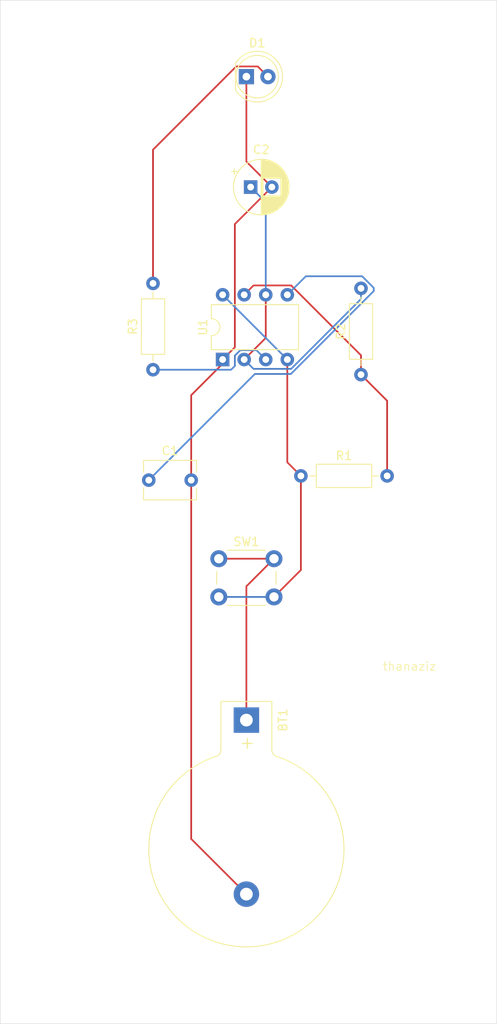
<source format=kicad_pcb>
(kicad_pcb (version 20240108) (generator "pcbnew") (generator_version "8.0")
  (layers (0 "F.Cu" signal) (31 "B.Cu" signal) (34 "B.Paste" user) (35 "F.Paste" user) (36 "B.SilkS" user "B.Silkscreen") (37 "F.SilkS" user "F.Silkscreen") (38 "B.Mask" user) (39 "F.Mask" user) (44 "Edge.Cuts" user))
  (net 0 "")
  (net 1 "GND")
  (net 2 "Net-(BT1-+)")
  (net 3 "Net-(U1-CV)")
  (net 4 "/THRESHOLD")
  (net 5 "Net-(D1-A)")
  (net 6 "/DISCHARGE")
  (net 7 "VCC")
  (net 8 "Net-(U1-Q)")
  (footprint "Package_DIP:DIP-8_W7.62mm" (layer "F.Cu") (at 152.2 82.3 90)
    (property "Reference" "U1" (at 3.81 -2.33 90) (layer "F.SilkS"))
    (property "Value" "NE555P")
    (fp_line (start 6.46 -1.33) (end 4.81 -1.33) (stroke (width 0.12)) (layer "F.SilkS"))
    (fp_line (start 2.81 -1.33) (end 1.16 -1.33) (stroke (width 0.12)) (layer "F.SilkS"))
    (fp_line (start 1.16 -1.33) (end 1.16 8.95) (stroke (width 0.12)) (layer "F.SilkS"))
    (fp_line (start 6.46 8.95) (end 6.46 -1.33) (stroke (width 0.12)) (layer "F.SilkS"))
    (fp_line (start 1.16 8.95) (end 6.46 8.95) (stroke (width 0.12)) (layer "F.SilkS"))
    (fp_arc (start 4.81 -1.33) (mid 3.81 -0.33) (end 2.81 -1.33) (stroke (width 0.12)) (layer "F.SilkS"))
    (pad "1" thru_hole rect (at 0 0 90) (size 1.6 1.6) (drill 0.8) (layers "*.Cu" "*.Mask") (net 1 "GND"))
    (pad "2" thru_hole oval (at 0 2.54 90) (size 1.6 1.6) (drill 0.8) (layers "*.Cu" "*.Mask") (net 4 "/THRESHOLD"))
    (pad "3" thru_hole oval (at 0 5.08 90) (size 1.6 1.6) (drill 0.8) (layers "*.Cu" "*.Mask") (net 8 "Net-(U1-Q)"))
    (pad "4" thru_hole oval (at 0 7.62 90) (size 1.6 1.6) (drill 0.8) (layers "*.Cu" "*.Mask") (net 7 "VCC"))
    (pad "5" thru_hole oval (at 7.62 7.62 90) (size 1.6 1.6) (drill 0.8) (layers "*.Cu" "*.Mask") (net 3 "Net-(U1-CV)"))
    (pad "6" thru_hole oval (at 7.62 5.08 90) (size 1.6 1.6) (drill 0.8) (layers "*.Cu" "*.Mask") (net 4 "/THRESHOLD"))
    (pad "7" thru_hole oval (at 7.62 2.54 90) (size 1.6 1.6) (drill 0.8) (layers "*.Cu" "*.Mask") (net 6 "/DISCHARGE"))
    (pad "8" thru_hole oval (at 7.62 0 90) (size 1.6 1.6) (drill 0.8) (layers "*.Cu" "*.Mask") (net 7 "VCC"))
  )
  (footprint "Resistor_THT:R_Axial_DIN0207_L6.3mm_D2.5mm_P10.16mm_Horizontal" (layer "F.Cu") (at 161.42 96)
    (property "Reference" "R1" (at 5.08 -2.37 0) (layer "F.SilkS"))
    (property "Value" "1K")
    (fp_line (start 1.04 0) (end 1.81 0) (stroke (width 0.12)) (layer "F.SilkS"))
    (fp_line (start 1.81 -1.37) (end 1.81 1.37) (stroke (width 0.12)) (layer "F.SilkS"))
    (fp_line (start 1.81 1.37) (end 8.35 1.37) (stroke (width 0.12)) (layer "F.SilkS"))
    (fp_line (start 8.35 -1.37) (end 1.81 -1.37) (stroke (width 0.12)) (layer "F.SilkS"))
    (fp_line (start 8.35 1.37) (end 8.35 -1.37) (stroke (width 0.12)) (layer "F.SilkS"))
    (fp_line (start 9.12 0) (end 8.35 0) (stroke (width 0.12)) (layer "F.SilkS"))
    (pad "1" thru_hole circle (at 0 0) (size 1.6 1.6) (drill 0.8) (layers "*.Cu" "*.Mask") (net 7 "VCC"))
    (pad "2" thru_hole oval (at 10.16 0) (size 1.6 1.6) (drill 0.8) (layers "*.Cu" "*.Mask") (net 6 "/DISCHARGE"))
  )
  (footprint "Resistor_THT:R_Axial_DIN0207_L6.3mm_D2.5mm_P10.16mm_Horizontal" (layer "F.Cu") (at 144 83.5 90)
    (property "Reference" "R3" (at 5.08 -2.37 90) (layer "F.SilkS"))
    (property "Value" "51R")
    (fp_line (start 8.35 -1.37) (end 1.81 -1.37) (stroke (width 0.12)) (layer "F.SilkS"))
    (fp_line (start 1.81 -1.37) (end 1.81 1.37) (stroke (width 0.12)) (layer "F.SilkS"))
    (fp_line (start 9.12 0) (end 8.35 0) (stroke (width 0.12)) (layer "F.SilkS"))
    (fp_line (start 1.04 0) (end 1.81 0) (stroke (width 0.12)) (layer "F.SilkS"))
    (fp_line (start 8.35 1.37) (end 8.35 -1.37) (stroke (width 0.12)) (layer "F.SilkS"))
    (fp_line (start 1.81 1.37) (end 8.35 1.37) (stroke (width 0.12)) (layer "F.SilkS"))
    (pad "1" thru_hole circle (at 0 0 90) (size 1.6 1.6) (drill 0.8) (layers "*.Cu" "*.Mask") (net 8 "Net-(U1-Q)"))
    (pad "2" thru_hole oval (at 10.16 0 90) (size 1.6 1.6) (drill 0.8) (layers "*.Cu" "*.Mask") (net 5 "Net-(D1-A)"))
  )
  (footprint "Capacitor_THT:C_Disc_D6.0mm_W4.4mm_P5.00mm" (layer "F.Cu") (at 143.5 96.5)
    (property "Reference" "C1" (at 2.5 -3.45 0) (layer "F.SilkS"))
    (property "Value" "10n")
    (fp_line (start -0.62 -2.321) (end -0.62 -0.925) (stroke (width 0.12)) (layer "F.SilkS"))
    (fp_line (start -0.62 -2.321) (end 5.62 -2.321) (stroke (width 0.12)) (layer "F.SilkS"))
    (fp_line (start -0.62 0.925) (end -0.62 2.321) (stroke (width 0.12)) (layer "F.SilkS"))
    (fp_line (start -0.62 2.321) (end 5.62 2.321) (stroke (width 0.12)) (layer "F.SilkS"))
    (fp_line (start 5.62 -2.321) (end 5.62 -0.925) (stroke (width 0.12)) (layer "F.SilkS"))
    (fp_line (start 5.62 0.925) (end 5.62 2.321) (stroke (width 0.12)) (layer "F.SilkS"))
    (pad "1" thru_hole circle (at 0 0) (size 1.6 1.6) (drill 0.8) (layers "*.Cu" "*.Mask") (net 3 "Net-(U1-CV)"))
    (pad "2" thru_hole circle (at 5 0) (size 1.6 1.6) (drill 0.8) (layers "*.Cu" "*.Mask") (net 1 "GND"))
  )
  (footprint "Resistor_THT:R_Axial_DIN0207_L6.3mm_D2.5mm_P10.16mm_Horizontal" (layer "F.Cu") (at 168.5 84.08 90)
    (property "Reference" "R2" (at 5.08 -2.37 90) (layer "F.SilkS"))
    (property "Value" "43K")
    (fp_line (start 8.35 -1.37) (end 1.81 -1.37) (stroke (width 0.12)) (layer "F.SilkS"))
    (fp_line (start 1.81 -1.37) (end 1.81 1.37) (stroke (width 0.12)) (layer "F.SilkS"))
    (fp_line (start 9.12 0) (end 8.35 0) (stroke (width 0.12)) (layer "F.SilkS"))
    (fp_line (start 1.04 0) (end 1.81 0) (stroke (width 0.12)) (layer "F.SilkS"))
    (fp_line (start 8.35 1.37) (end 8.35 -1.37) (stroke (width 0.12)) (layer "F.SilkS"))
    (fp_line (start 1.81 1.37) (end 8.35 1.37) (stroke (width 0.12)) (layer "F.SilkS"))
    (pad "1" thru_hole circle (at 0 0 90) (size 1.6 1.6) (drill 0.8) (layers "*.Cu" "*.Mask") (net 6 "/DISCHARGE"))
    (pad "2" thru_hole oval (at 10.16 0 90) (size 1.6 1.6) (drill 0.8) (layers "*.Cu" "*.Mask") (net 4 "/THRESHOLD"))
  )
  (footprint "Capacitor_THT:CP_Radial_D6.3mm_P2.50mm" (layer "F.Cu") (at 155.5 62)
    (property "Reference" "C2" (at 1.25 -4.4 0) (layer "F.SilkS"))
    (property "Value" "22u")
    (fp_line (start -2.250241 -1.839) (end -1.620241 -1.839) (stroke (width 0.12)) (layer "F.SilkS"))
    (fp_line (start -1.935241 -2.154) (end -1.935241 -1.524) (stroke (width 0.12)) (layer "F.SilkS"))
    (fp_line (start 1.25 -3.23) (end 1.25 3.23) (stroke (width 0.12)) (layer "F.SilkS"))
    (fp_line (start 1.29 -3.23) (end 1.29 3.23) (stroke (width 0.12)) (layer "F.SilkS"))
    (fp_line (start 1.33 -3.23) (end 1.33 3.23) (stroke (width 0.12)) (layer "F.SilkS"))
    (fp_line (start 1.37 -3.228) (end 1.37 3.228) (stroke (width 0.12)) (layer "F.SilkS"))
    (fp_line (start 1.41 -3.227) (end 1.41 3.227) (stroke (width 0.12)) (layer "F.SilkS"))
    (fp_line (start 1.45 -3.224) (end 1.45 3.224) (stroke (width 0.12)) (layer "F.SilkS"))
    (fp_line (start 1.49 -3.222) (end 1.49 -1.04) (stroke (width 0.12)) (layer "F.SilkS"))
    (fp_line (start 1.49 1.04) (end 1.49 3.222) (stroke (width 0.12)) (layer "F.SilkS"))
    (fp_line (start 1.53 -3.218) (end 1.53 -1.04) (stroke (width 0.12)) (layer "F.SilkS"))
    (fp_line (start 1.53 1.04) (end 1.53 3.218) (stroke (width 0.12)) (layer "F.SilkS"))
    (fp_line (start 1.57 -3.215) (end 1.57 -1.04) (stroke (width 0.12)) (layer "F.SilkS"))
    (fp_line (start 1.57 1.04) (end 1.57 3.215) (stroke (width 0.12)) (layer "F.SilkS"))
    (fp_line (start 1.61 -3.211) (end 1.61 -1.04) (stroke (width 0.12)) (layer "F.SilkS"))
    (fp_line (start 1.61 1.04) (end 1.61 3.211) (stroke (width 0.12)) (layer "F.SilkS"))
    (fp_line (start 1.65 -3.206) (end 1.65 -1.04) (stroke (width 0.12)) (layer "F.SilkS"))
    (fp_line (start 1.65 1.04) (end 1.65 3.206) (stroke (width 0.12)) (layer "F.SilkS"))
    (fp_line (start 1.69 -3.201) (end 1.69 -1.04) (stroke (width 0.12)) (layer "F.SilkS"))
    (fp_line (start 1.69 1.04) (end 1.69 3.201) (stroke (width 0.12)) (layer "F.SilkS"))
    (fp_line (start 1.73 -3.195) (end 1.73 -1.04) (stroke (width 0.12)) (layer "F.SilkS"))
    (fp_line (start 1.73 1.04) (end 1.73 3.195) (stroke (width 0.12)) (layer "F.SilkS"))
    (fp_line (start 1.77 -3.189) (end 1.77 -1.04) (stroke (width 0.12)) (layer "F.SilkS"))
    (fp_line (start 1.77 1.04) (end 1.77 3.189) (stroke (width 0.12)) (layer "F.SilkS"))
    (fp_line (start 1.81 -3.182) (end 1.81 -1.04) (stroke (width 0.12)) (layer "F.SilkS"))
    (fp_line (start 1.81 1.04) (end 1.81 3.182) (stroke (width 0.12)) (layer "F.SilkS"))
    (fp_line (start 1.85 -3.175) (end 1.85 -1.04) (stroke (width 0.12)) (layer "F.SilkS"))
    (fp_line (start 1.85 1.04) (end 1.85 3.175) (stroke (width 0.12)) (layer "F.SilkS"))
    (fp_line (start 1.89 -3.167) (end 1.89 -1.04) (stroke (width 0.12)) (layer "F.SilkS"))
    (fp_line (start 1.89 1.04) (end 1.89 3.167) (stroke (width 0.12)) (layer "F.SilkS"))
    (fp_line (start 1.93 -3.159) (end 1.93 -1.04) (stroke (width 0.12)) (layer "F.SilkS"))
    (fp_line (start 1.93 1.04) (end 1.93 3.159) (stroke (width 0.12)) (layer "F.SilkS"))
    (fp_line (start 1.971 -3.15) (end 1.971 -1.04) (stroke (width 0.12)) (layer "F.SilkS"))
    (fp_line (start 1.971 1.04) (end 1.971 3.15) (stroke (width 0.12)) (layer "F.SilkS"))
    (fp_line (start 2.011 -3.141) (end 2.011 -1.04) (stroke (width 0.12)) (layer "F.SilkS"))
    (fp_line (start 2.011 1.04) (end 2.011 3.141) (stroke (width 0.12)) (layer "F.SilkS"))
    (fp_line (start 2.051 -3.131) (end 2.051 -1.04) (stroke (width 0.12)) (layer "F.SilkS"))
    (fp_line (start 2.051 1.04) (end 2.051 3.131) (stroke (width 0.12)) (layer "F.SilkS"))
    (fp_line (start 2.091 -3.121) (end 2.091 -1.04) (stroke (width 0.12)) (layer "F.SilkS"))
    (fp_line (start 2.091 1.04) (end 2.091 3.121) (stroke (width 0.12)) (layer "F.SilkS"))
    (fp_line (start 2.131 -3.11) (end 2.131 -1.04) (stroke (width 0.12)) (layer "F.SilkS"))
    (fp_line (start 2.131 1.04) (end 2.131 3.11) (stroke (width 0.12)) (layer "F.SilkS"))
    (fp_line (start 2.171 -3.098) (end 2.171 -1.04) (stroke (width 0.12)) (layer "F.SilkS"))
    (fp_line (start 2.171 1.04) (end 2.171 3.098) (stroke (width 0.12)) (layer "F.SilkS"))
    (fp_line (start 2.211 -3.086) (end 2.211 -1.04) (stroke (width 0.12)) (layer "F.SilkS"))
    (fp_line (start 2.211 1.04) (end 2.211 3.086) (stroke (width 0.12)) (layer "F.SilkS"))
    (fp_line (start 2.251 -3.074) (end 2.251 -1.04) (stroke (width 0.12)) (layer "F.SilkS"))
    (fp_line (start 2.251 1.04) (end 2.251 3.074) (stroke (width 0.12)) (layer "F.SilkS"))
    (fp_line (start 2.291 -3.061) (end 2.291 -1.04) (stroke (width 0.12)) (layer "F.SilkS"))
    (fp_line (start 2.291 1.04) (end 2.291 3.061) (stroke (width 0.12)) (layer "F.SilkS"))
    (fp_line (start 2.331 -3.047) (end 2.331 -1.04) (stroke (width 0.12)) (layer "F.SilkS"))
    (fp_line (start 2.331 1.04) (end 2.331 3.047) (stroke (width 0.12)) (layer "F.SilkS"))
    (fp_line (start 2.371 -3.033) (end 2.371 -1.04) (stroke (width 0.12)) (layer "F.SilkS"))
    (fp_line (start 2.371 1.04) (end 2.371 3.033) (stroke (width 0.12)) (layer "F.SilkS"))
    (fp_line (start 2.411 -3.018) (end 2.411 -1.04) (stroke (width 0.12)) (layer "F.SilkS"))
    (fp_line (start 2.411 1.04) (end 2.411 3.018) (stroke (width 0.12)) (layer "F.SilkS"))
    (fp_line (start 2.451 -3.002) (end 2.451 -1.04) (stroke (width 0.12)) (layer "F.SilkS"))
    (fp_line (start 2.451 1.04) (end 2.451 3.002) (stroke (width 0.12)) (layer "F.SilkS"))
    (fp_line (start 2.491 -2.986) (end 2.491 -1.04) (stroke (width 0.12)) (layer "F.SilkS"))
    (fp_line (start 2.491 1.04) (end 2.491 2.986) (stroke (width 0.12)) (layer "F.SilkS"))
    (fp_line (start 2.531 -2.97) (end 2.531 -1.04) (stroke (width 0.12)) (layer "F.SilkS"))
    (fp_line (start 2.531 1.04) (end 2.531 2.97) (stroke (width 0.12)) (layer "F.SilkS"))
    (fp_line (start 2.571 -2.952) (end 2.571 -1.04) (stroke (width 0.12)) (layer "F.SilkS"))
    (fp_line (start 2.571 1.04) (end 2.571 2.952) (stroke (width 0.12)) (layer "F.SilkS"))
    (fp_line (start 2.611 -2.934) (end 2.611 -1.04) (stroke (width 0.12)) (layer "F.SilkS"))
    (fp_line (start 2.611 1.04) (end 2.611 2.934) (stroke (width 0.12)) (layer "F.SilkS"))
    (fp_line (start 2.651 -2.916) (end 2.651 -1.04) (stroke (width 0.12)) (layer "F.SilkS"))
    (fp_line (start 2.651 1.04) (end 2.651 2.916) (stroke (width 0.12)) (layer "F.SilkS"))
    (fp_line (start 2.691 -2.896) (end 2.691 -1.04) (stroke (width 0.12)) (layer "F.SilkS"))
    (fp_line (start 2.691 1.04) (end 2.691 2.896) (stroke (width 0.12)) (layer "F.SilkS"))
    (fp_line (start 2.731 -2.876) (end 2.731 -1.04) (stroke (width 0.12)) (layer "F.SilkS"))
    (fp_line (start 2.731 1.04) (end 2.731 2.876) (stroke (width 0.12)) (layer "F.SilkS"))
    (fp_line (start 2.771 -2.856) (end 2.771 -1.04) (stroke (width 0.12)) (layer "F.SilkS"))
    (fp_line (start 2.771 1.04) (end 2.771 2.856) (stroke (width 0.12)) (layer "F.SilkS"))
    (fp_line (start 2.811 -2.834) (end 2.811 -1.04) (stroke (width 0.12)) (layer "F.SilkS"))
    (fp_line (start 2.811 1.04) (end 2.811 2.834) (stroke (width 0.12)) (layer "F.SilkS"))
    (fp_line (start 2.851 -2.812) (end 2.851 -1.04) (stroke (width 0.12)) (layer "F.SilkS"))
    (fp_line (start 2.851 1.04) (end 2.851 2.812) (stroke (width 0.12)) (layer "F.SilkS"))
    (fp_line (start 2.891 -2.79) (end 2.891 -1.04) (stroke (width 0.12)) (layer "F.SilkS"))
    (fp_line (start 2.891 1.04) (end 2.891 2.79) (stroke (width 0.12)) (layer "F.SilkS"))
    (fp_line (start 2.931 -2.766) (end 2.931 -1.04) (stroke (width 0.12)) (layer "F.SilkS"))
    (fp_line (start 2.931 1.04) (end 2.931 2.766) (stroke (width 0.12)) (layer "F.SilkS"))
    (fp_line (start 2.971 -2.742) (end 2.971 -1.04) (stroke (width 0.12)) (layer "F.SilkS"))
    (fp_line (start 2.971 1.04) (end 2.971 2.742) (stroke (width 0.12)) (layer "F.SilkS"))
    (fp_line (start 3.011 -2.716) (end 3.011 -1.04) (stroke (width 0.12)) (layer "F.SilkS"))
    (fp_line (start 3.011 1.04) (end 3.011 2.716) (stroke (width 0.12)) (layer "F.SilkS"))
    (fp_line (start 3.051 -2.69) (end 3.051 -1.04) (stroke (width 0.12)) (layer "F.SilkS"))
    (fp_line (start 3.051 1.04) (end 3.051 2.69) (stroke (width 0.12)) (layer "F.SilkS"))
    (fp_line (start 3.091 -2.664) (end 3.091 -1.04) (stroke (width 0.12)) (layer "F.SilkS"))
    (fp_line (start 3.091 1.04) (end 3.091 2.664) (stroke (width 0.12)) (layer "F.SilkS"))
    (fp_line (start 3.131 -2.636) (end 3.131 -1.04) (stroke (width 0.12)) (layer "F.SilkS"))
    (fp_line (start 3.131 1.04) (end 3.131 2.636) (stroke (width 0.12)) (layer "F.SilkS"))
    (fp_line (start 3.171 -2.607) (end 3.171 -1.04) (stroke (width 0.12)) (layer "F.SilkS"))
    (fp_line (start 3.171 1.04) (end 3.171 2.607) (stroke (width 0.12)) (layer "F.SilkS"))
    (fp_line (start 3.211 -2.578) (end 3.211 -1.04) (stroke (width 0.12)) (layer "F.SilkS"))
    (fp_line (start 3.211 1.04) (end 3.211 2.578) (stroke (width 0.12)) (layer "F.SilkS"))
    (fp_line (start 3.251 -2.548) (end 3.251 -1.04) (stroke (width 0.12)) (layer "F.SilkS"))
    (fp_line (start 3.251 1.04) (end 3.251 2.548) (stroke (width 0.12)) (layer "F.SilkS"))
    (fp_line (start 3.291 -2.516) (end 3.291 -1.04) (stroke (width 0.12)) (layer "F.SilkS"))
    (fp_line (start 3.291 1.04) (end 3.291 2.516) (stroke (width 0.12)) (layer "F.SilkS"))
    (fp_line (start 3.331 -2.484) (end 3.331 -1.04) (stroke (width 0.12)) (layer "F.SilkS"))
    (fp_line (start 3.331 1.04) (end 3.331 2.484) (stroke (width 0.12)) (layer "F.SilkS"))
    (fp_line (start 3.371 -2.45) (end 3.371 -1.04) (stroke (width 0.12)) (layer "F.SilkS"))
    (fp_line (start 3.371 1.04) (end 3.371 2.45) (stroke (width 0.12)) (layer "F.SilkS"))
    (fp_line (start 3.411 -2.416) (end 3.411 -1.04) (stroke (width 0.12)) (layer "F.SilkS"))
    (fp_line (start 3.411 1.04) (end 3.411 2.416) (stroke (width 0.12)) (layer "F.SilkS"))
    (fp_line (start 3.451 -2.38) (end 3.451 -1.04) (stroke (width 0.12)) (layer "F.SilkS"))
    (fp_line (start 3.451 1.04) (end 3.451 2.38) (stroke (width 0.12)) (layer "F.SilkS"))
    (fp_line (start 3.491 -2.343) (end 3.491 -1.04) (stroke (width 0.12)) (layer "F.SilkS"))
    (fp_line (start 3.491 1.04) (end 3.491 2.343) (stroke (width 0.12)) (layer "F.SilkS"))
    (fp_line (start 3.531 -2.305) (end 3.531 -1.04) (stroke (width 0.12)) (layer "F.SilkS"))
    (fp_line (start 3.531 1.04) (end 3.531 2.305) (stroke (width 0.12)) (layer "F.SilkS"))
    (fp_line (start 3.571 -2.265) (end 3.571 2.265) (stroke (width 0.12)) (layer "F.SilkS"))
    (fp_line (start 3.611 -2.224) (end 3.611 2.224) (stroke (width 0.12)) (layer "F.SilkS"))
    (fp_line (start 3.651 -2.182) (end 3.651 2.182) (stroke (width 0.12)) (layer "F.SilkS"))
    (fp_line (start 3.691 -2.137) (end 3.691 2.137) (stroke (width 0.12)) (layer "F.SilkS"))
    (fp_line (start 3.731 -2.092) (end 3.731 2.092) (stroke (width 0.12)) (layer "F.SilkS"))
    (fp_line (start 3.771 -2.044) (end 3.771 2.044) (stroke (width 0.12)) (layer "F.SilkS"))
    (fp_line (start 3.811 -1.995) (end 3.811 1.995) (stroke (width 0.12)) (layer "F.SilkS"))
    (fp_line (start 3.851 -1.944) (end 3.851 1.944) (stroke (width 0.12)) (layer "F.SilkS"))
    (fp_line (start 3.891 -1.89) (end 3.891 1.89) (stroke (width 0.12)) (layer "F.SilkS"))
    (fp_line (start 3.931 -1.834) (end 3.931 1.834) (stroke (width 0.12)) (layer "F.SilkS"))
    (fp_line (start 3.971 -1.776) (end 3.971 1.776) (stroke (width 0.12)) (layer "F.SilkS"))
    (fp_line (start 4.011 -1.714) (end 4.011 1.714) (stroke (width 0.12)) (layer "F.SilkS"))
    (fp_line (start 4.051 -1.65) (end 4.051 1.65) (stroke (width 0.12)) (layer "F.SilkS"))
    (fp_line (start 4.091 -1.581) (end 4.091 1.581) (stroke (width 0.12)) (layer "F.SilkS"))
    (fp_line (start 4.131 -1.509) (end 4.131 1.509) (stroke (width 0.12)) (layer "F.SilkS"))
    (fp_line (start 4.171 -1.432) (end 4.171 1.432) (stroke (width 0.12)) (layer "F.SilkS"))
    (fp_line (start 4.211 -1.35) (end 4.211 1.35) (stroke (width 0.12)) (layer "F.SilkS"))
    (fp_line (start 4.251 -1.262) (end 4.251 1.262) (stroke (width 0.12)) (layer "F.SilkS"))
    (fp_line (start 4.291 -1.165) (end 4.291 1.165) (stroke (width 0.12)) (layer "F.SilkS"))
    (fp_line (start 4.331 -1.059) (end 4.331 1.059) (stroke (width 0.12)) (layer "F.SilkS"))
    (fp_line (start 4.371 -0.94) (end 4.371 0.94) (stroke (width 0.12)) (layer "F.SilkS"))
    (fp_line (start 4.411 -0.802) (end 4.411 0.802) (stroke (width 0.12)) (layer "F.SilkS"))
    (fp_line (start 4.451 -0.633) (end 4.451 0.633) (stroke (width 0.12)) (layer "F.SilkS"))
    (fp_line (start 4.491 -0.402) (end 4.491 0.402) (stroke (width 0.12)) (layer "F.SilkS"))
    (fp_circle (center 1.25 0) (end 4.52 0) (stroke (width 0.12)) (fill none) (layer "F.SilkS"))
    (pad "1" thru_hole rect (at 0 0) (size 1.6 1.6) (drill 0.8) (layers "*.Cu" "*.Mask") (net 4 "/THRESHOLD"))
    (pad "2" thru_hole circle (at 2.5 0) (size 1.6 1.6) (drill 0.8) (layers "*.Cu" "*.Mask") (net 1 "GND"))
  )
  (footprint "LED_THT:LED_D5.0mm_Clear" (layer "F.Cu") (at 155 49)
    (property "Reference" "D1" (at 1.27 -3.96 0) (layer "F.SilkS"))
    (property "Value" "LED")
    (fp_line (start -1.29 -1.545) (end -1.29 1.545) (stroke (width 0.12)) (layer "F.SilkS"))
    (fp_arc (start -1.29 -1.54483) (mid 2.072002 -2.880433) (end 4.26 0.000462) (stroke (width 0.12)) (layer "F.SilkS"))
    (fp_arc (start 4.26 -0.000462) (mid 2.072002 2.880433) (end -1.29 1.54483) (stroke (width 0.12)) (layer "F.SilkS"))
    (fp_circle (center 1.27 0) (end 3.77 0) (stroke (width 0.12)) (fill none) (layer "F.SilkS"))
    (pad "1" thru_hole rect (at 0 0) (size 1.8 1.8) (drill 0.9) (layers "*.Cu" "*.Mask") (net 1 "GND"))
    (pad "2" thru_hole circle (at 2.54 0) (size 1.8 1.8) (drill 0.9) (layers "*.Cu" "*.Mask") (net 5 "Net-(D1-A)"))
  )
  (footprint "Button_Switch_THT:SW_PUSH_6mm_H5mm" (layer "F.Cu") (at 151.75 105.75)
    (property "Reference" "SW1" (at 3.25 -2 0) (layer "F.SilkS"))
    (property "Value" "Enable")
    (fp_line (start -0.25 1.5) (end -0.25 3) (stroke (width 0.12)) (layer "F.SilkS"))
    (fp_line (start 1 5.5) (end 5.5 5.5) (stroke (width 0.12)) (layer "F.SilkS"))
    (fp_line (start 5.5 -1) (end 1 -1) (stroke (width 0.12)) (layer "F.SilkS"))
    (fp_line (start 6.75 3) (end 6.75 1.5) (stroke (width 0.12)) (layer "F.SilkS"))
    (pad "1" thru_hole circle (at 0 0 90) (size 2 2) (drill 1.1) (layers "*.Cu" "*.Mask") (net 2 "Net-(BT1-+)"))
    (pad "1" thru_hole circle (at 6.5 0 90) (size 2 2) (drill 1.1) (layers "*.Cu" "*.Mask") (net 2 "Net-(BT1-+)"))
    (pad "2" thru_hole circle (at 0 4.5 90) (size 2 2) (drill 1.1) (layers "*.Cu" "*.Mask") (net 7 "VCC"))
    (pad "2" thru_hole circle (at 6.5 4.5 90) (size 2 2) (drill 1.1) (layers "*.Cu" "*.Mask") (net 7 "VCC"))
  )
  (footprint "Battery:BatteryHolder_Keystone_103_1x20mm" (layer "F.Cu") (at 155.000001 124.75 -90)
    (property "Reference" "BT1" (at 0 -4.3 90) (layer "F.SilkS"))
    (property "Value" "Battery_Cell")
    (fp_line (start -2.2 3) (end 3.5 3) (stroke (width 0.12)) (layer "F.SilkS"))
    (fp_line (start -2.2 3) (end -2.2 -3) (stroke (width 0.12)) (layer "F.SilkS"))
    (fp_line (start -2.2 -3) (end 3.5 -3) (stroke (width 0.12)) (layer "F.SilkS"))
    (fp_arc (start 3.5 3) (mid 3.950694 3.136459) (end 4.25 3.5) (stroke (width 0.12)) (layer "F.SilkS"))
    (fp_arc (start 26.695671 0) (mid 16.971103 11.358466) (end 4.25 3.5) (stroke (width 0.12)) (layer "F.SilkS"))
    (fp_arc (start 4.25 -3.5) (mid 16.971103 -11.358466) (end 26.695671 0) (stroke (width 0.12)) (layer "F.SilkS"))
    (fp_arc (start 4.25 -3.5) (mid 3.950694 -3.136459) (end 3.5 -3) (stroke (width 0.12)) (layer "F.SilkS"))
    (fp_text user "+" (at 2.75 0 90) (layer "F.SilkS") (effects (font (size 1.5 1.5))))
    (pad "1" thru_hole rect (at 0 0 270) (size 3 3) (drill 1.5) (layers "*.Cu" "*.Mask") (net 2 "Net-(BT1-+)"))
    (pad "2" thru_hole circle (at 20.49 0 270) (size 3 3) (drill 1.5) (layers "*.Cu" "*.Mask") (net 1 "GND"))
  )
  (gr_rect (start 126 40) (end 184.5 160.5) (stroke (width 0.05)) (fill none) (layer "Edge.Cuts"))
  (gr_text "thanaziz" (at 171 119 0) (layer "F.SilkS") (effects (font (size 1 1) (thickness 0.1)) (justify left bottom)))
  (segment (start 153.64 80.86) (end 152.2 82.3) (width 0.2) (layer "F.Cu") (net 1))
  (segment (start 148.5 96.5) (end 148.5 138.739999) (width 0.2) (layer "F.Cu") (net 1))
  (segment (start 153.64 66.36) (end 153.64 80.86) (width 0.2) (layer "F.Cu") (net 1))
  (segment (start 155 49) (end 155 59) (width 0.2) (layer "F.Cu") (net 1))
  (segment (start 148.5 138.739999) (end 155.000001 145.24) (width 0.2) (layer "F.Cu") (net 1))
  (segment (start 152.2 82.8) (end 148.5 86.5) (width 0.2) (layer "F.Cu") (net 1))
  (segment (start 152.2 82.3) (end 152.2 82.8) (width 0.2) (layer "F.Cu") (net 1))
  (segment (start 148.5 86.5) (end 148.5 96.5) (width 0.2) (layer "F.Cu") (net 1))
  (segment (start 155 59) (end 158 62) (width 0.2) (layer "F.Cu") (net 1))
  (segment (start 158 62) (end 153.64 66.36) (width 0.2) (layer "F.Cu") (net 1))
  (segment (start 151.75 105.75) (end 158.25 105.75) (width 0.2) (layer "F.Cu") (net 2))
  (segment (start 158.25 105.75) (end 158.175099 105.75) (width 0.2) (layer "F.Cu") (net 2))
  (segment (start 155.000001 108.999999) (end 158.25 105.75) (width 0.2) (layer "F.Cu") (net 2))
  (segment (start 155.000001 124.75) (end 155.000001 108.999999) (width 0.2) (layer "F.Cu") (net 2))
  (segment (start 170 74.241321) (end 170 73.864365) (width 0.2) (layer "B.Cu") (net 3))
  (segment (start 162 72.5) (end 159.82 74.68) (width 0.2) (layer "B.Cu") (net 3))
  (segment (start 143.5 96.5) (end 156 84) (width 0.2) (layer "B.Cu") (net 3))
  (segment (start 160.241321 84) (end 170 74.241321) (width 0.2) (layer "B.Cu") (net 3))
  (segment (start 170 73.864365) (end 168.635635 72.5) (width 0.2) (layer "B.Cu") (net 3))
  (segment (start 168.635635 72.5) (end 162 72.5) (width 0.2) (layer "B.Cu") (net 3))
  (segment (start 156 84) (end 160.241321 84) (width 0.2) (layer "B.Cu") (net 3))
  (segment (start 157.28 74.68) (end 157.28 79.76) (width 0.2) (layer "F.Cu") (net 4))
  (segment (start 157.28 79.76) (end 154.74 82.3) (width 0.2) (layer "F.Cu") (net 4))
  (segment (start 155.84 83.4) (end 154.74 82.3) (width 0.2) (layer "B.Cu") (net 4))
  (segment (start 168.5 75.175635) (end 160.275635 83.4) (width 0.2) (layer "B.Cu") (net 4))
  (segment (start 160.275635 83.4) (end 155.84 83.4) (width 0.2) (layer "B.Cu") (net 4))
  (segment (start 157.28 63.78) (end 155.5 62) (width 0.2) (layer "B.Cu") (net 4))
  (segment (start 168.5 73.92) (end 168.5 75.175635) (width 0.2) (layer "B.Cu") (net 4))
  (segment (start 157.28 74.68) (end 157.28 63.78) (width 0.2) (layer "B.Cu") (net 4))
  (segment (start 153.8 47.8) (end 144 57.6) (width 0.2) (layer "F.Cu") (net 5))
  (segment (start 157.54 49) (end 156.34 47.8) (width 0.2) (layer "F.Cu") (net 5))
  (segment (start 144 57.6) (end 144 73.34) (width 0.2) (layer "F.Cu") (net 5))
  (segment (start 156.34 47.8) (end 153.8 47.8) (width 0.2) (layer "F.Cu") (net 5))
  (segment (start 171.58 96) (end 171.58 87.16) (width 0.2) (layer "F.Cu") (net 6))
  (segment (start 168.5 81.804365) (end 168.5 84.08) (width 0.2) (layer "F.Cu") (net 6))
  (segment (start 160.275635 73.58) (end 168.5 81.804365) (width 0.2) (layer "F.Cu") (net 6))
  (segment (start 154.74 74.68) (end 155.84 73.58) (width 0.2) (layer "F.Cu") (net 6))
  (segment (start 155.84 73.58) (end 160.275635 73.58) (width 0.2) (layer "F.Cu") (net 6))
  (segment (start 171.58 87.16) (end 168.5 84.08) (width 0.2) (layer "F.Cu") (net 6))
  (segment (start 161.42 107.08) (end 161.42 96) (width 0.2) (layer "F.Cu") (net 7))
  (segment (start 159.82 82.3) (end 159.82 94.4) (width 0.2) (layer "F.Cu") (net 7))
  (segment (start 158.25 110.25) (end 161.42 107.08) (width 0.2) (layer "F.Cu") (net 7))
  (segment (start 159.82 94.4) (end 161.42 96) (width 0.2) (layer "F.Cu") (net 7))
  (segment (start 151.75 110.25) (end 158.25 110.25) (width 0.2) (layer "B.Cu") (net 7))
  (segment (start 152.2 74.68) (end 159.82 82.3) (width 0.2) (layer "B.Cu") (net 7))
  (segment (start 144 83.5) (end 153.2 83.5) (width 0.2) (layer "B.Cu") (net 8))
  (segment (start 154.284365 81.2) (end 156.18 81.2) (width 0.2) (layer "B.Cu") (net 8))
  (segment (start 153.2 83.5) (end 153.64 83.06) (width 0.2) (layer "B.Cu") (net 8))
  (segment (start 156.18 81.2) (end 157.28 82.3) (width 0.2) (layer "B.Cu") (net 8))
  (segment (start 153.64 81.844365) (end 154.284365 81.2) (width 0.2) (layer "B.Cu") (net 8))
  (segment (start 153.64 83.06) (end 153.64 81.844365) (width 0.2) (layer "B.Cu") (net 8))
)
</source>
